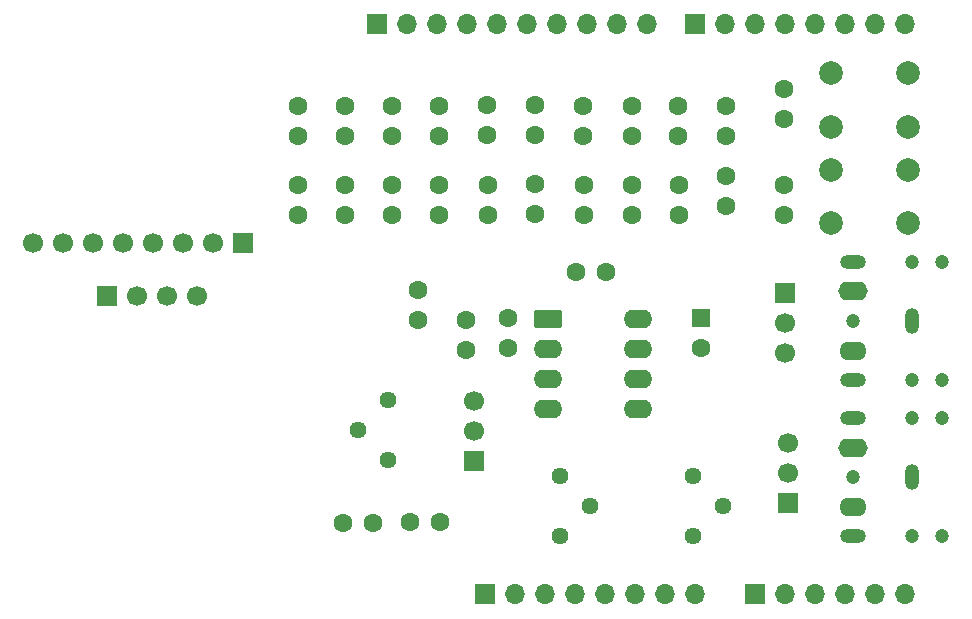
<source format=gbr>
%TF.GenerationSoftware,KiCad,Pcbnew,9.0.4*%
%TF.CreationDate,2026-02-02T00:24:03-07:00*%
%TF.ProjectId,Uno_Shield_DSP_Class_v1,556e6f5f-5368-4696-956c-645f4453505f,rev?*%
%TF.SameCoordinates,Original*%
%TF.FileFunction,Soldermask,Top*%
%TF.FilePolarity,Negative*%
%FSLAX46Y46*%
G04 Gerber Fmt 4.6, Leading zero omitted, Abs format (unit mm)*
G04 Created by KiCad (PCBNEW 9.0.4) date 2026-02-02 00:24:03*
%MOMM*%
%LPD*%
G01*
G04 APERTURE LIST*
G04 Aperture macros list*
%AMRoundRect*
0 Rectangle with rounded corners*
0 $1 Rounding radius*
0 $2 $3 $4 $5 $6 $7 $8 $9 X,Y pos of 4 corners*
0 Add a 4 corners polygon primitive as box body*
4,1,4,$2,$3,$4,$5,$6,$7,$8,$9,$2,$3,0*
0 Add four circle primitives for the rounded corners*
1,1,$1+$1,$2,$3*
1,1,$1+$1,$4,$5*
1,1,$1+$1,$6,$7*
1,1,$1+$1,$8,$9*
0 Add four rect primitives between the rounded corners*
20,1,$1+$1,$2,$3,$4,$5,0*
20,1,$1+$1,$4,$5,$6,$7,0*
20,1,$1+$1,$6,$7,$8,$9,0*
20,1,$1+$1,$8,$9,$2,$3,0*%
G04 Aperture macros list end*
%ADD10R,1.700000X1.700000*%
%ADD11O,1.700000X1.700000*%
%ADD12C,1.600000*%
%ADD13C,2.000000*%
%ADD14C,1.700000*%
%ADD15C,1.200000*%
%ADD16O,2.200000X1.200000*%
%ADD17O,2.300000X1.600000*%
%ADD18O,1.200000X2.200000*%
%ADD19O,2.500000X1.600000*%
%ADD20RoundRect,0.250000X-0.550000X0.550000X-0.550000X-0.550000X0.550000X-0.550000X0.550000X0.550000X0*%
%ADD21C,1.440000*%
%ADD22RoundRect,0.250000X-0.950000X-0.550000X0.950000X-0.550000X0.950000X0.550000X-0.950000X0.550000X0*%
%ADD23O,2.400000X1.600000*%
G04 APERTURE END LIST*
D10*
%TO.C,J1*%
X127940000Y-97460000D03*
D11*
X130480000Y-97460000D03*
X133020000Y-97460000D03*
X135560000Y-97460000D03*
X138100000Y-97460000D03*
X140640000Y-97460000D03*
X143180000Y-97460000D03*
X145720000Y-97460000D03*
%TD*%
D10*
%TO.C,J3*%
X150800000Y-97460000D03*
D11*
X153340000Y-97460000D03*
X155880000Y-97460000D03*
X158420000Y-97460000D03*
X160960000Y-97460000D03*
X163500000Y-97460000D03*
%TD*%
D10*
%TO.C,J2*%
X118796000Y-49200000D03*
D11*
X121336000Y-49200000D03*
X123876000Y-49200000D03*
X126416000Y-49200000D03*
X128956000Y-49200000D03*
X131496000Y-49200000D03*
X134036000Y-49200000D03*
X136576000Y-49200000D03*
X139116000Y-49200000D03*
X141656000Y-49200000D03*
%TD*%
D10*
%TO.C,J4*%
X145720000Y-49200000D03*
D11*
X148260000Y-49200000D03*
X150800000Y-49200000D03*
X153340000Y-49200000D03*
X155880000Y-49200000D03*
X158420000Y-49200000D03*
X160960000Y-49200000D03*
X163500000Y-49200000D03*
%TD*%
D12*
%TO.C,R9*%
X136350000Y-62810000D03*
X136350000Y-65350000D03*
%TD*%
%TO.C,R13*%
X128150000Y-62820000D03*
X128150000Y-65360000D03*
%TD*%
%TO.C,R14*%
X128130000Y-58620000D03*
X128130000Y-56080000D03*
%TD*%
%TO.C,R18*%
X120050000Y-58670000D03*
X120050000Y-56130000D03*
%TD*%
%TO.C,R4*%
X148320000Y-58690000D03*
X148320000Y-56150000D03*
%TD*%
%TO.C,R15*%
X124070000Y-62810000D03*
X124070000Y-65350000D03*
%TD*%
%TO.C,R19*%
X116080000Y-62840000D03*
X116080000Y-65380000D03*
%TD*%
%TO.C,C2*%
X129890000Y-76600000D03*
X129890000Y-74100000D03*
%TD*%
%TO.C,R7*%
X140350000Y-62820000D03*
X140350000Y-65360000D03*
%TD*%
%TO.C,R21*%
X112090000Y-62840000D03*
X112090000Y-65380000D03*
%TD*%
D13*
%TO.C,SW2*%
X163710000Y-66050000D03*
X157210000Y-66050000D03*
X163710000Y-61550000D03*
X157210000Y-61550000D03*
%TD*%
D12*
%TO.C,R20*%
X116090000Y-58670000D03*
X116090000Y-56130000D03*
%TD*%
%TO.C,R6*%
X144310000Y-58680000D03*
X144310000Y-56140000D03*
%TD*%
D10*
%TO.C,J7*%
X153310000Y-71920000D03*
D14*
X153310000Y-74460000D03*
X153310000Y-77000000D03*
%TD*%
D12*
%TO.C,R10*%
X136270000Y-58650000D03*
X136270000Y-56110000D03*
%TD*%
D10*
%TO.C,J5*%
X107460000Y-67730000D03*
D14*
X104920000Y-67730000D03*
X102380000Y-67730000D03*
X99840000Y-67730000D03*
X97300000Y-67730000D03*
X94760000Y-67730000D03*
X92220000Y-67730000D03*
X89680000Y-67730000D03*
%TD*%
D12*
%TO.C,R26*%
X121620000Y-91370000D03*
X124160000Y-91370000D03*
%TD*%
D15*
%TO.C,J11*%
X164090000Y-79330000D03*
X166590000Y-79330000D03*
X159090000Y-74330000D03*
X164090000Y-69330000D03*
X166590000Y-69330000D03*
D16*
X159090000Y-79330000D03*
D17*
X159090000Y-76830000D03*
D18*
X164090000Y-74330000D03*
D16*
X159090000Y-69330000D03*
D19*
X159090000Y-71830000D03*
%TD*%
D12*
%TO.C,R5*%
X144370000Y-62850000D03*
X144370000Y-65390000D03*
%TD*%
D20*
%TO.C,C1*%
X146210000Y-74107620D03*
D12*
X146210000Y-76607620D03*
%TD*%
%TO.C,R24*%
X126360000Y-74240000D03*
X126360000Y-76780000D03*
%TD*%
%TO.C,R12*%
X132180000Y-58620000D03*
X132180000Y-56080000D03*
%TD*%
D13*
%TO.C,SW1*%
X163710000Y-57870000D03*
X157210000Y-57870000D03*
X163710000Y-53370000D03*
X157210000Y-53370000D03*
%TD*%
D12*
%TO.C,R11*%
X132180000Y-62770000D03*
X132180000Y-65310000D03*
%TD*%
%TO.C,R22*%
X112130000Y-58650000D03*
X112130000Y-56110000D03*
%TD*%
D10*
%TO.C,J12*%
X153620000Y-89780000D03*
D14*
X153620000Y-87240000D03*
X153620000Y-84700000D03*
%TD*%
D12*
%TO.C,R1*%
X153220000Y-54670000D03*
X153220000Y-57210000D03*
%TD*%
%TO.C,R27*%
X138180000Y-70180000D03*
X135640000Y-70180000D03*
%TD*%
%TO.C,R17*%
X120030000Y-62800000D03*
X120030000Y-65340000D03*
%TD*%
%TO.C,R25*%
X115920000Y-91420000D03*
X118460000Y-91420000D03*
%TD*%
%TO.C,R16*%
X124070000Y-58650000D03*
X124070000Y-56110000D03*
%TD*%
D21*
%TO.C,RV1*%
X134305000Y-92490000D03*
X136845000Y-89950000D03*
X134305000Y-87410000D03*
%TD*%
D12*
%TO.C,R2*%
X153260000Y-62810000D03*
X153260000Y-65350000D03*
%TD*%
D22*
%TO.C,U1*%
X133300000Y-74170000D03*
D23*
X133300000Y-76710000D03*
X133300000Y-79250000D03*
X133300000Y-81790000D03*
X140920000Y-81790000D03*
X140920000Y-79250000D03*
X140920000Y-76710000D03*
X140920000Y-74170000D03*
%TD*%
D10*
%TO.C,J9*%
X127040000Y-86170000D03*
D14*
X127040000Y-83630000D03*
X127040000Y-81090000D03*
%TD*%
D12*
%TO.C,R3*%
X148340000Y-64610000D03*
X148340000Y-62070000D03*
%TD*%
D15*
%TO.C,J10*%
X164090000Y-92540000D03*
X166590000Y-92540000D03*
X159090000Y-87540000D03*
X164090000Y-82540000D03*
X166590000Y-82540000D03*
D16*
X159090000Y-92540000D03*
D17*
X159090000Y-90040000D03*
D18*
X164090000Y-87540000D03*
D16*
X159090000Y-82540000D03*
D19*
X159090000Y-85040000D03*
%TD*%
D21*
%TO.C,RV3*%
X119705000Y-81000000D03*
X117165000Y-83540000D03*
X119705000Y-86080000D03*
%TD*%
%TO.C,RV2*%
X145505000Y-92490000D03*
X148045000Y-89950000D03*
X145505000Y-87410000D03*
%TD*%
D12*
%TO.C,R8*%
X140370000Y-58690000D03*
X140370000Y-56150000D03*
%TD*%
D10*
%TO.C,J6*%
X95900000Y-72240000D03*
D14*
X98440000Y-72240000D03*
X100980000Y-72240000D03*
X103520000Y-72240000D03*
%TD*%
D12*
%TO.C,R23*%
X122220000Y-74280000D03*
X122220000Y-71740000D03*
%TD*%
M02*

</source>
